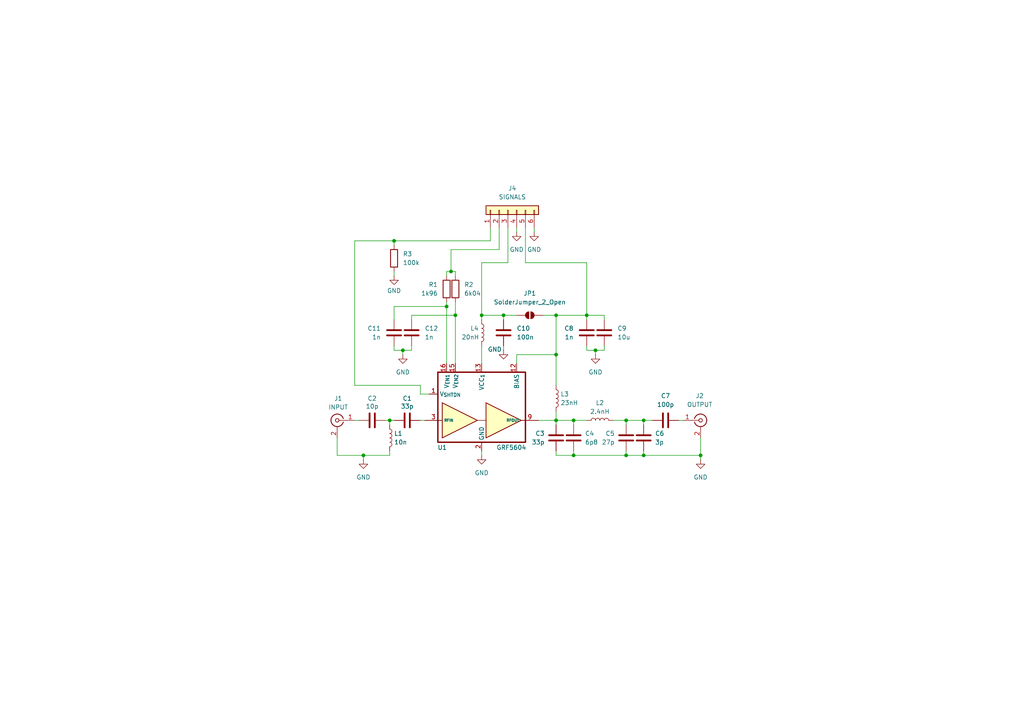
<source format=kicad_sch>
(kicad_sch (version 20250114) (generator "eeschema") (generator_version "9.0")
  (paper "A4")
  (title_block (title "LinHT - 390-470 MHz Power Amplifier") (date "2025-08-18") (rev "A") (company "M17 Foundation") (comment 1 "Author: Vlastimil OK5VAS, Wojciech SP5WWP, Andreas OE3ANC"))
  (lib_symbols
    (symbol "Connector:Conn_Coaxial" (pin_names (offset 1.016) (hide yes))
      (property "Reference" "J" (at 0.254 3.048 0))
      (property "Value" "Conn_Coaxial" (at 2.921 0 90))
      (symbol "Conn_Coaxial_0_1"
        (polyline (pts (xy -2.54 0) (xy -0.508 0)))
        (arc (start 1.778 0) (mid 0.222 -1.8079) (end -1.778 -0.508) (stroke (width 0.254)))
        (arc (start -1.778 0.508) (mid 0.2221 1.8084) (end 1.778 0) (stroke (width 0.254)))
        (circle (center 0 0) (radius 0.508) (stroke (width 0.2032)))
        (polyline (pts (xy 0 -2.54) (xy 0 -1.778)))
      )
      (symbol "Conn_Coaxial_1_1"
        (pin passive line (at -5.08 0 0) (length 2.54) (name "In") (number "1"))
        (pin passive line (at 0 -5.08 90) (length 2.54) (name "Ext") (number "2"))
      )
    )
    (symbol "Connector_Generic:Conn_01x06" (pin_names (offset 1.016) (hide yes))
      (property "Reference" "J" (at 0 7.62 0))
      (property "Value" "Conn_01x06" (at 0 -10.16 0))
      (symbol "Conn_01x06_1_1"
        (rectangle (start -1.27 6.35) (end 1.27 -8.89) (stroke (width 0.254)) (fill (type background)))
        (rectangle (start -1.27 5.207) (end 0 4.953) (stroke (width 0.1524)))
        (rectangle (start -1.27 2.667) (end 0 2.413) (stroke (width 0.1524)))
        (rectangle (start -1.27 0.127) (end 0 -0.127) (stroke (width 0.1524)))
        (rectangle (start -1.27 -2.413) (end 0 -2.667) (stroke (width 0.1524)))
        (rectangle (start -1.27 -4.953) (end 0 -5.207) (stroke (width 0.1524)))
        (rectangle (start -1.27 -7.493) (end 0 -7.747) (stroke (width 0.1524)))
        (pin passive line (at -5.08 5.08 0) (length 3.81) (name "Pin_1") (number "1"))
        (pin passive line (at -5.08 2.54 0) (length 3.81) (name "Pin_2") (number "2"))
        (pin passive line (at -5.08 0 0) (length 3.81) (name "Pin_3") (number "3"))
        (pin passive line (at -5.08 -2.54 0) (length 3.81) (name "Pin_4") (number "4"))
        (pin passive line (at -5.08 -5.08 0) (length 3.81) (name "Pin_5") (number "5"))
        (pin passive line (at -5.08 -7.62 0) (length 3.81) (name "Pin_6") (number "6"))
      )
    )
    (symbol "Device:C" (pin_numbers (hide yes)) (pin_names (offset 0.254))
      (property "Reference" "C" (at 0.635 2.54 0))
      (property "Value" "C" (at 0.635 -2.54 0))
      (symbol "C_0_1"
        (polyline (pts (xy -2.032 0.762) (xy 2.032 0.762)) (stroke (width 0.508)))
        (polyline (pts (xy -2.032 -0.762) (xy 2.032 -0.762)) (stroke (width 0.508)))
      )
      (symbol "C_1_1"
        (pin passive line (at 0 3.81 270) (length 2.794) (name "~") (number "1"))
        (pin passive line (at 0 -3.81 90) (length 2.794) (name "~") (number "2"))
      )
    )
    (symbol "Device:L" (pin_numbers (hide yes)) (pin_names (offset 1.016) (hide yes))
      (property "Reference" "L" (at -1.27 0 90))
      (property "Value" "L" (at 1.905 0 90))
      (symbol "L_0_1"
        (arc (start 0 2.54) (mid 0.6323 1.905) (end 0 1.27))
        (arc (start 0 1.27) (mid 0.6323 0.635) (end 0 0))
        (arc (start 0 0) (mid 0.6323 -0.635) (end 0 -1.27))
        (arc (start 0 -1.27) (mid 0.6323 -1.905) (end 0 -2.54))
      )
      (symbol "L_1_1"
        (pin passive line (at 0 3.81 270) (length 1.27) (name "1") (number "1"))
        (pin passive line (at 0 -3.81 90) (length 1.27) (name "2") (number "2"))
      )
    )
    (symbol "Device:R" (pin_numbers (hide yes)) (pin_names (offset 0))
      (property "Reference" "R" (at 2.032 0 90))
      (property "Value" "R" (at 0 0 90))
      (symbol "R_0_1"
        (rectangle (start -1.016 -2.54) (end 1.016 2.54) (stroke (width 0.254)))
      )
      (symbol "R_1_1"
        (pin passive line (at 0 3.81 270) (length 1.27) (name "~") (number "1"))
        (pin passive line (at 0 -3.81 90) (length 1.27) (name "~") (number "2"))
      )
    )
    (symbol "Jumper:SolderJumper_2_Open" (pin_numbers (hide yes)) (pin_names (offset 0) (hide yes)) (exclude_from_sim yes) (in_bom no)
      (property "Reference" "JP" (at 0 2.032 0))
      (property "Value" "SolderJumper_2_Open" (at 0 -2.54 0))
      (symbol "SolderJumper_2_Open_0_1"
        (polyline (pts (xy -0.254 1.016) (xy -0.254 -1.016)))
        (arc (start -0.254 -1.016) (mid -1.2656 0) (end -0.254 1.016))
        (arc (start -0.254 -1.016) (mid -1.2656 0) (end -0.254 1.016) (fill (type outline)))
        (arc (start 0.254 1.016) (mid 1.2656 0) (end 0.254 -1.016))
        (arc (start 0.254 1.016) (mid 1.2656 0) (end 0.254 -1.016) (fill (type outline)))
        (polyline (pts (xy 0.254 1.016) (xy 0.254 -1.016)))
      )
      (symbol "SolderJumper_2_Open_1_1"
        (pin passive line (at -3.81 0 0) (length 2.54) (name "A") (number "1"))
        (pin passive line (at 3.81 0 180) (length 2.54) (name "B") (number "2"))
      )
    )
    (symbol "Parts:GRF5604"
      (property "Reference" "U" (at -18.542 -9.144 0))
      (property "Value" "GRF5604" (at 4.826 -9.144 0))
      (symbol "GRF5604_1_1"
        (rectangle (start -19.05 13.97) (end 6.35 -6.35) (stroke (width 0.4)))
        (polyline (pts (xy -17.78 5.08) (xy -17.78 0) (xy -17.78 -5.08) (xy -7.62 0) (xy -17.78 5.08)) (stroke (width 0.254)) (fill (type background)))
        (polyline (pts (xy -7.62 0) (xy -5.08 0)) (stroke (width 0.1524)))
        (polyline (pts (xy -5.08 5.08) (xy -5.08 0) (xy -5.08 -5.08) (xy 5.08 0) (xy -5.08 5.08)) (stroke (width 0.254)) (fill (type background)))
        (pin input line (at -22.86 0 0) (length 5.08) (name "RFIN") (number "3"))
        (pin input line (at -22.86 0 0) (length 5.08) (hide yes) (name "RFIN") (number "4"))
        (pin input line (at -21.59 7.62 0) (length 2.54) (name "V_{SHTDN}") (number "1"))
        (pin input line (at -16.51 16.51 270) (length 2.54) (name "V_{EN1}") (number "16"))
        (pin input line (at -13.97 16.51 270) (length 2.54) (name "V_{EN2}") (number "15"))
        (pin power_in line (at -6.35 16.51 270) (length 2.54) (name "VCC_{1}") (number "13"))
        (pin power_in line (at -6.35 -8.89 90) (length 2.54) (hide yes) (name "GND") (number "11"))
        (pin power_in line (at -6.35 -8.89 90) (length 2.54) (hide yes) (name "GND") (number "14"))
        (pin power_in line (at -6.35 -8.89 90) (length 2.54) (hide yes) (name "GND") (number "17"))
        (pin power_in line (at -6.35 -8.89 90) (length 2.54) (name "GND") (number "2"))
        (pin power_in line (at -6.35 -8.89 90) (length 2.54) (hide yes) (name "GND") (number "5"))
        (pin power_in line (at -6.35 -8.89 90) (length 2.54) (hide yes) (name "GND") (number "6"))
        (pin power_in line (at -6.35 -8.89 90) (length 2.54) (hide yes) (name "GND") (number "7"))
        (pin power_in line (at -6.35 -8.89 90) (length 2.54) (hide yes) (name "GND") (number "8"))
        (pin input line (at 3.81 16.51 270) (length 2.54) (name "BIAS") (number "12"))
        (pin output line (at 10.16 0 180) (length 5.08) (hide yes) (name "RFOUT") (number "10"))
        (pin output line (at 10.16 0 180) (length 5.08) (name "RFOUT") (number "9"))
      )
    )
    (symbol "power:GND" (power) (pin_numbers (hide yes)) (pin_names (offset 0) (hide yes))
      (property "Value" "GND" (at 0 -3.81 0))
      (symbol "GND_0_1"
        (polyline (pts (xy 0 0) (xy 0 -1.27) (xy 1.27 -1.27) (xy 0 -2.54) (xy -1.27 -1.27) (xy 0 -1.27)))
      )
      (symbol "GND_1_1"
        (pin power_in line (at 0 0 270) (length 0) (name "~") (number "1"))
      )
    )
  )
  (junction (at 170.18 91.44))
  (junction (at 161.29 102.87))
  (junction (at 186.69 121.92))
  (junction (at 130.81 78.74))
  (junction (at 129.54 88.9))
  (junction (at 132.08 91.44))
  (junction (at 139.7 91.44))
  (junction (at 146.05 91.44))
  (junction (at 161.29 91.44))
  (junction (at 172.72 101.6))
  (junction (at 161.29 121.92))
  (junction (at 114.3 69.85))
  (junction (at 181.61 132.08))
  (junction (at 105.41 132.08))
  (junction (at 181.61 121.92))
  (junction (at 116.84 101.6))
  (junction (at 166.37 132.08))
  (junction (at 166.37 121.92))
  (junction (at 113.03 121.92))
  (junction (at 186.69 132.08))
  (junction (at 203.2 132.08))
  (wire (pts (xy 181.61 121.92) (xy 186.69 121.92)))
  (wire (pts (xy 121.92 111.76) (xy 121.92 114.3)))
  (wire (pts (xy 119.38 92.71) (xy 119.38 91.44)))
  (wire (pts (xy 130.81 72.39) (xy 144.78 72.39)))
  (wire (pts (xy 161.29 102.87) (xy 161.29 111.76)))
  (wire (pts (xy 105.41 132.08) (xy 113.03 132.08)))
  (wire (pts (xy 132.08 91.44) (xy 132.08 105.41)))
  (wire (pts (xy 175.26 92.71) (xy 175.26 91.44)))
  (wire (pts (xy 154.94 66.04) (xy 154.94 67.31)))
  (wire (pts (xy 166.37 132.08) (xy 181.61 132.08)))
  (wire (pts (xy 152.4 76.2) (xy 152.4 66.04)))
  (wire (pts (xy 114.3 78.74) (xy 114.3 80.01)))
  (wire (pts (xy 170.18 76.2) (xy 170.18 91.44)))
  (wire (pts (xy 181.61 121.92) (xy 181.61 123.19)))
  (wire (pts (xy 130.81 78.74) (xy 129.54 78.74)))
  (wire (pts (xy 146.05 91.44) (xy 146.05 92.71)))
  (wire (pts (xy 166.37 121.92) (xy 166.37 123.19)))
  (wire (pts (xy 147.32 76.2) (xy 147.32 66.04)))
  (wire (pts (xy 114.3 92.71) (xy 114.3 88.9)))
  (wire (pts (xy 132.08 78.74) (xy 130.81 78.74)))
  (wire (pts (xy 161.29 91.44) (xy 161.29 102.87)))
  (wire (pts (xy 142.24 69.85) (xy 142.24 66.04)))
  (wire (pts (xy 175.26 101.6) (xy 175.26 100.33)))
  (wire (pts (xy 102.87 69.85) (xy 114.3 69.85)))
  (wire (pts (xy 166.37 130.81) (xy 166.37 132.08)))
  (wire (pts (xy 166.37 121.92) (xy 170.18 121.92)))
  (wire (pts (xy 114.3 100.33) (xy 114.3 101.6)))
  (wire (pts (xy 186.69 121.92) (xy 186.69 123.19)))
  (wire (pts (xy 172.72 101.6) (xy 172.72 102.87)))
  (wire (pts (xy 139.7 76.2) (xy 139.7 91.44)))
  (wire (pts (xy 130.81 72.39) (xy 130.81 78.74)))
  (wire (pts (xy 114.3 69.85) (xy 142.24 69.85)))
  (wire (pts (xy 121.92 111.76) (xy 102.87 111.76)))
  (wire (pts (xy 97.79 132.08) (xy 105.41 132.08)))
  (wire (pts (xy 203.2 127) (xy 203.2 132.08)))
  (wire (pts (xy 170.18 101.6) (xy 172.72 101.6)))
  (wire (pts (xy 139.7 100.33) (xy 139.7 105.41)))
  (wire (pts (xy 97.79 127) (xy 97.79 132.08)))
  (wire (pts (xy 139.7 91.44) (xy 146.05 91.44)))
  (wire (pts (xy 157.48 91.44) (xy 161.29 91.44)))
  (wire (pts (xy 170.18 76.2) (xy 152.4 76.2)))
  (wire (pts (xy 129.54 88.9) (xy 129.54 105.41)))
  (wire (pts (xy 132.08 80.01) (xy 132.08 78.74)))
  (wire (pts (xy 114.3 101.6) (xy 116.84 101.6)))
  (wire (pts (xy 161.29 121.92) (xy 166.37 121.92)))
  (wire (pts (xy 116.84 101.6) (xy 116.84 102.87)))
  (wire (pts (xy 177.8 121.92) (xy 181.61 121.92)))
  (wire (pts (xy 113.03 121.92) (xy 113.03 123.19)))
  (wire (pts (xy 129.54 78.74) (xy 129.54 80.01)))
  (wire (pts (xy 144.78 72.39) (xy 144.78 66.04)))
  (wire (pts (xy 170.18 100.33) (xy 170.18 101.6)))
  (wire (pts (xy 113.03 130.81) (xy 113.03 132.08)))
  (wire (pts (xy 111.76 121.92) (xy 113.03 121.92)))
  (wire (pts (xy 186.69 132.08) (xy 186.69 130.81)))
  (wire (pts (xy 161.29 121.92) (xy 161.29 123.19)))
  (wire (pts (xy 121.92 114.3) (xy 124.46 114.3)))
  (wire (pts (xy 129.54 87.63) (xy 129.54 88.9)))
  (wire (pts (xy 149.86 102.87) (xy 161.29 102.87)))
  (wire (pts (xy 139.7 130.81) (xy 139.7 132.08)))
  (wire (pts (xy 186.69 121.92) (xy 189.23 121.92)))
  (wire (pts (xy 161.29 119.38) (xy 161.29 121.92)))
  (wire (pts (xy 114.3 88.9) (xy 129.54 88.9)))
  (wire (pts (xy 102.87 121.92) (xy 104.14 121.92)))
  (wire (pts (xy 196.85 121.92) (xy 198.12 121.92)))
  (wire (pts (xy 186.69 132.08) (xy 203.2 132.08)))
  (wire (pts (xy 175.26 91.44) (xy 170.18 91.44)))
  (wire (pts (xy 132.08 87.63) (xy 132.08 91.44)))
  (wire (pts (xy 172.72 101.6) (xy 175.26 101.6)))
  (wire (pts (xy 161.29 132.08) (xy 166.37 132.08)))
  (wire (pts (xy 181.61 132.08) (xy 186.69 132.08)))
  (wire (pts (xy 114.3 121.92) (xy 113.03 121.92)))
  (wire (pts (xy 203.2 132.08) (xy 203.2 133.35)))
  (wire (pts (xy 149.86 66.04) (xy 149.86 67.31)))
  (wire (pts (xy 146.05 91.44) (xy 149.86 91.44)))
  (wire (pts (xy 105.41 132.08) (xy 105.41 133.35)))
  (wire (pts (xy 146.05 100.33) (xy 146.05 101.6)))
  (wire (pts (xy 156.21 121.92) (xy 161.29 121.92)))
  (wire (pts (xy 161.29 130.81) (xy 161.29 132.08)))
  (wire (pts (xy 139.7 92.71) (xy 139.7 91.44)))
  (wire (pts (xy 181.61 130.81) (xy 181.61 132.08)))
  (wire (pts (xy 119.38 101.6) (xy 119.38 100.33)))
  (wire (pts (xy 116.84 101.6) (xy 119.38 101.6)))
  (wire (pts (xy 119.38 91.44) (xy 132.08 91.44)))
  (wire (pts (xy 139.7 76.2) (xy 147.32 76.2)))
  (wire (pts (xy 114.3 69.85) (xy 114.3 71.12)))
  (wire (pts (xy 121.92 121.92) (xy 123.19 121.92)))
  (wire (pts (xy 149.86 102.87) (xy 149.86 105.41)))
  (wire (pts (xy 170.18 91.44) (xy 161.29 91.44)))
  (wire (pts (xy 170.18 92.71) (xy 170.18 91.44)))
  (wire (pts (xy 102.87 111.76) (xy 102.87 69.85)))
  (symbol (lib_id "Device:C") (at 161.29 127 0) (mirror x) (unit 1)
    (property "Reference" "C3" (at 157.988 125.73 0) (effects (justify right)))
    (property "Value" "33p" (at 157.988 128.27 0) (effects (justify right)))
    (property "Footprint" "Capacitor_SMD:C_0402_1005Metric" (effects (hide yes)))
    (property "Description" "Unpolarized capacitor" (effects (hide yes)))
    (property "LCSC" "C464434" (effects (hide yes)))
    (property "MP" "GJM1555C1H330FB01D" (effects (hide yes)))
  )
  (symbol (lib_id "Device:R") (at 132.08 83.82 0) (mirror y) (unit 1)
    (property "Reference" "R2" (at 134.62 82.5499 0) (effects (justify right)))
    (property "Value" "6k04" (at 134.62 85.0899 0) (effects (justify right)))
    (property "Footprint" "Resistor_SMD:R_0402_1005Metric" (effects (hide yes)))
    (property "Description" "Resistor" (effects (hide yes)))
    (property "LCSC" "C25913" (effects (hide yes)))
    (property "MP" "0402WGF6041TCE" (effects (hide yes)))
  )
  (symbol (lib_id "Device:C") (at 175.26 96.52 180) (unit 1)
    (property "Reference" "C9" (at 179.07 95.2499 0) (effects (justify right)))
    (property "Value" "10u" (at 179.07 97.7899 0) (effects (justify right)))
    (property "Footprint" "Capacitor_SMD:C_0402_1005Metric" (effects (hide yes)))
    (property "Description" "Unpolarized capacitor" (effects (hide yes)))
    (property "LCSC" "C237279" (effects (hide yes)))
    (property "MP" "GRM155C80J106ME11D" (effects (hide yes)))
  )
  (symbol (lib_id "Jumper:SolderJumper_2_Open") (at 153.67 91.44 0) (unit 1) (exclude_from_sim yes) (in_bom no)
    (property "Reference" "JP1" (at 153.67 85.09 0))
    (property "Value" "SolderJumper_2_Open" (at 153.67 87.63 0))
    (property "Footprint" "Jumper:SolderJumper-2_P1.3mm_Open_RoundedPad1.0x1.5mm" (effects (hide yes)))
    (property "Description" "Solder Jumper, 2-pole, open" (effects (hide yes)))
  )
  (symbol (lib_id "Device:C") (at 146.05 96.52 180) (unit 1)
    (property "Reference" "C10" (at 149.86 95.2499 0) (effects (justify right)))
    (property "Value" "100n" (at 149.86 97.7899 0) (effects (justify right)))
    (property "Footprint" "Capacitor_SMD:C_0402_1005Metric" (effects (hide yes)))
    (property "Description" "Unpolarized capacitor" (effects (hide yes)))
    (property "LCSC" "C913614" (effects (hide yes)))
    (property "MP" "GRM155C71H104KE19D" (effects (hide yes)))
  )
  (symbol (lib_id "Device:C") (at 186.69 127 180) (unit 1)
    (property "Reference" "C6" (at 189.992 125.73 0) (effects (justify right)))
    (property "Value" "3p" (at 189.992 128.27 0) (effects (justify right)))
    (property "Footprint" "Capacitor_SMD:C_0402_1005Metric" (effects (hide yes)))
    (property "Description" "Unpolarized capacitor" (effects (hide yes)))
    (property "LCSC" "C88891" (effects (hide yes)))
    (property "MP" "GJM1555C1H3R0BB01D" (effects (hide yes)))
  )
  (symbol (lib_id "Device:C") (at 118.11 121.92 90) (unit 1)
    (property "Reference" "C1" (at 118.11 115.57 90))
    (property "Value" "33p" (at 118.11 117.856 90))
    (property "Footprint" "Capacitor_SMD:C_0402_1005Metric" (effects (hide yes)))
    (property "Description" "Unpolarized capacitor" (effects (hide yes)))
    (property "LCSC" "C464434" (effects (hide yes)))
    (property "MP" "GJM1555C1H330FB01D" (effects (hide yes)))
  )
  (symbol (lib_id "Connector_Generic:Conn_01x06") (at 147.32 60.96 90) (unit 1) (in_bom no)
    (property "Reference" "J4" (at 148.59 54.61 90))
    (property "Value" "SIGNALS" (at 148.59 57.15 90))
    (property "Footprint" "Connector_PinHeader_2.54mm:PinHeader_1x06_P2.54mm_Vertical" (effects (hide yes)))
    (property "Description" "Generic connector, single row, 01x06, script generated (kicad-library-utils/schlib/autogen/connector/)" (effects (hide yes)))
  )
  (symbol (lib_id "Connector:Conn_Coaxial") (at 97.79 121.92 0) (mirror y) (unit 1) (in_bom no)
    (property "Reference" "J1" (at 98.1074 115.57 0))
    (property "Value" "INPUT" (at 98.1074 118.11 0))
    (property "Footprint" "Connector_Coaxial:SMA_Amphenol_132289_EdgeMount" (effects (hide yes)))
    (property "Description" "coaxial connector (BNC, SMA, SMB, SMC, Cinch/RCA, LEMO, ...)" (effects (hide yes)))
  )
  (symbol (lib_id "Connector:Conn_Coaxial") (at 203.2 121.92 0) (unit 1) (in_bom no)
    (property "Reference" "J2" (at 202.946 114.808 0))
    (property "Value" "OUTPUT" (at 202.946 117.348 0))
    (property "Footprint" "Connector_Coaxial:SMA_Amphenol_132289_EdgeMount" (effects (hide yes)))
    (property "Description" "coaxial connector (BNC, SMA, SMB, SMC, Cinch/RCA, LEMO, ...)" (effects (hide yes)))
  )
  (symbol (lib_id "Device:C") (at 181.61 127 0) (mirror x) (unit 1)
    (property "Reference" "C5" (at 178.308 125.73 0) (effects (justify right)))
    (property "Value" "27p" (at 178.308 128.27 0) (effects (justify right)))
    (property "Footprint" "Capacitor_SMD:C_0402_1005Metric" (effects (hide yes)))
    (property "Description" "Unpolarized capacitor" (effects (hide yes)))
    (property "LCSC" "C88883" (effects (hide yes)))
    (property "MP" "GJM1555C1H270FB01D" (effects (hide yes)))
  )
  (symbol (lib_id "power:GND") (at 114.3 80.01 0) (unit 1)
    (property "Reference" "#PWR010" (effects (hide yes)))
    (property "Value" "GND" (at 114.3 84.328 0))
    (property "Description" "Power symbol creates a global label with name \"GND\" , ground" (effects (hide yes)))
  )
  (symbol (lib_id "power:GND") (at 154.94 67.31 0) (unit 1)
    (property "Reference" "#PWR08" (effects (hide yes)))
    (property "Value" "GND" (at 154.94 72.39 0))
    (property "Description" "Power symbol creates a global label with name \"GND\" , ground" (effects (hide yes)))
  )
  (symbol (lib_id "power:GND") (at 146.05 101.6 0) (unit 1)
    (property "Reference" "#PWR06" (effects (hide yes)))
    (property "Value" "GND" (at 143.51 101.346 0))
    (property "Description" "Power symbol creates a global label with name \"GND\" , ground" (effects (hide yes)))
  )
  (symbol (lib_id "Device:L") (at 139.7 96.52 0) (unit 1)
    (property "Reference" "L4" (at 136.398 95.25 0) (effects (justify left)))
    (property "Value" "20nH" (at 133.858 97.79 0) (effects (justify left)))
    (property "Footprint" "Inductor_SMD:L_0402_1005Metric" (effects (hide yes)))
    (property "Description" "Inductor" (effects (hide yes)))
    (property "LCSC" "C20623501" (effects (hide yes)))
    (property "MP" "0402HP-20NXGLW" (effects (hide yes)))
  )
  (symbol (lib_id "Device:R") (at 129.54 83.82 0) (unit 1)
    (property "Reference" "R1" (at 127 82.5499 0) (effects (justify right)))
    (property "Value" "1k96" (at 127 85.0899 0) (effects (justify right)))
    (property "Footprint" "Resistor_SMD:R_0402_1005Metric" (effects (hide yes)))
    (property "Description" "Resistor" (effects (hide yes)))
    (property "LCSC" "C70427" (effects (hide yes)))
    (property "MP" "0402WGF1961TCE" (effects (hide yes)))
  )
  (symbol (lib_id "power:GND") (at 203.2 133.35 0) (unit 1)
    (property "Reference" "#PWR03" (effects (hide yes)))
    (property "Value" "GND" (at 203.2 138.43 0))
    (property "Description" "Power symbol creates a global label with name \"GND\" , ground" (effects (hide yes)))
  )
  (symbol (lib_id "Device:C") (at 170.18 96.52 0) (mirror x) (unit 1)
    (property "Reference" "C8" (at 166.37 95.2499 0) (effects (justify right)))
    (property "Value" "1n" (at 166.37 97.7899 0) (effects (justify right)))
    (property "Footprint" "Capacitor_SMD:C_0402_1005Metric" (effects (hide yes)))
    (property "Description" "Unpolarized capacitor" (effects (hide yes)))
    (property "LCSC" "C161523" (effects (hide yes)))
    (property "MP" "GRM1555C1H102FA01D" (effects (hide yes)))
  )
  (symbol (lib_id "Device:C") (at 166.37 127 180) (unit 1)
    (property "Reference" "C4" (at 169.672 125.73 0) (effects (justify right)))
    (property "Value" "6p8" (at 169.672 128.27 0) (effects (justify right)))
    (property "Footprint" "Capacitor_SMD:C_0402_1005Metric" (effects (hide yes)))
    (property "Description" "Unpolarized capacitor" (effects (hide yes)))
    (property "LCSC" "C88896" (effects (hide yes)))
    (property "MP" "GJM1555C1H6R8BB01D" (effects (hide yes)))
  )
  (symbol (lib_id "power:GND") (at 172.72 102.87 0) (unit 1)
    (property "Reference" "#PWR05" (effects (hide yes)))
    (property "Value" "GND" (at 172.72 107.95 0))
    (property "Description" "Power symbol creates a global label with name \"GND\" , ground" (effects (hide yes)))
  )
  (symbol (lib_id "power:GND") (at 116.84 102.87 0) (unit 1)
    (property "Reference" "#PWR07" (effects (hide yes)))
    (property "Value" "GND" (at 116.84 107.95 0))
    (property "Description" "Power symbol creates a global label with name \"GND\" , ground" (effects (hide yes)))
  )
  (symbol (lib_id "power:GND") (at 105.41 133.35 0) (unit 1)
    (property "Reference" "#PWR04" (effects (hide yes)))
    (property "Value" "GND" (at 105.41 138.43 0))
    (property "Description" "Power symbol creates a global label with name \"GND\" , ground" (effects (hide yes)))
  )
  (symbol (lib_id "Device:L") (at 173.99 121.92 90) (unit 1)
    (property "Reference" "L2" (at 173.99 116.84 90))
    (property "Value" "2.4nH" (at 173.99 119.38 90))
    (property "Footprint" "Inductor_SMD:L_0603_1608Metric" (effects (hide yes)))
    (property "Description" "Inductor" (effects (hide yes)))
    (property "LCSC" "C2042508" (effects (hide yes)))
    (property "MP" "LQW18AN2N4C8ZD" (effects (hide yes)))
  )
  (symbol (lib_id "Device:C") (at 107.95 121.92 90) (unit 1)
    (property "Reference" "C2" (at 107.95 115.57 90))
    (property "Value" "10p" (at 107.95 117.856 90))
    (property "Footprint" "Capacitor_SMD:C_0402_1005Metric" (effects (hide yes)))
    (property "Description" "Unpolarized capacitor" (effects (hide yes)))
    (property "LCSC" "C782046" (effects (hide yes)))
    (property "MP" "GJM1555C1H100FB01D" (effects (hide yes)))
  )
  (symbol (lib_id "power:GND") (at 149.86 67.31 0) (unit 1)
    (property "Reference" "#PWR09" (effects (hide yes)))
    (property "Value" "GND" (at 149.86 72.39 0))
    (property "Description" "Power symbol creates a global label with name \"GND\" , ground" (effects (hide yes)))
  )
  (symbol (lib_id "Parts:GRF5604") (at 146.05 121.92 0) (unit 1)
    (property "Reference" "U1" (at 128.27 129.794 0))
    (property "Value" "GRF5604" (at 148.336 129.794 0))
    (property "Footprint" "Package_DFN_QFN:QFN-16-1EP_3x3mm_P0.5mm_EP1.7x1.7mm_ThermalVias" (effects (hide yes)))
    (property "Datasheet" "https://eu.mouser.com/datasheet/2/777/GRF5604DS-3450031.pdf" (effects (hide yes)))
    (property "Description" "High Efficiency 6 Watt Power Amplifier, 100 to 600 MHz" (effects (hide yes)))
    (property "MP" "GRF5604" (effects (hide yes)))
  )
  (symbol (lib_id "Device:C") (at 193.04 121.92 90) (unit 1)
    (property "Reference" "C7" (at 193.04 114.808 90))
    (property "Value" "100p" (at 193.04 117.348 90))
    (property "Footprint" "Capacitor_SMD:C_0402_1005Metric" (effects (hide yes)))
    (property "Description" "Unpolarized capacitor" (effects (hide yes)))
    (property "LCSC" "C77177" (effects (hide yes)))
    (property "MP" "GRM1555C1H101JA01D" (effects (hide yes)))
  )
  (symbol (lib_id "Device:C") (at 114.3 96.52 0) (unit 1)
    (property "Reference" "C11" (at 110.49 95.2501 0) (effects (justify right)))
    (property "Value" "1n" (at 110.49 97.7901 0) (effects (justify right)))
    (property "Footprint" "Capacitor_SMD:C_0402_1005Metric" (effects (hide yes)))
    (property "Description" "Unpolarized capacitor" (effects (hide yes)))
    (property "LCSC" "C161523" (effects (hide yes)))
    (property "MP" "GRM1555C1H102FA01D" (effects (hide yes)))
  )
  (symbol (lib_id "Device:L") (at 161.29 115.57 0) (unit 1)
    (property "Reference" "L3" (at 162.56 114.2999 0) (effects (justify left)))
    (property "Value" "23nH" (at 162.56 116.8399 0) (effects (justify left)))
    (property "Footprint" "Parts:0908SQ-23N" (effects (hide yes)))
    (property "Description" "Inductor" (effects (hide yes)))
    (property "LCSC" "C42418190 or C5441443" (effects (hide yes)))
    (property "MP" "XR0908SQ-23NJLC or 0908SQ-23NJLC" (effects (hide yes)))
  )
  (symbol (lib_id "Device:L") (at 113.03 127 0) (unit 1)
    (property "Reference" "L1" (at 114.3 125.7299 0) (effects (justify left)))
    (property "Value" "10n" (at 114.3 128.2699 0) (effects (justify left)))
    (property "Footprint" "Inductor_SMD:L_0402_1005Metric" (effects (hide yes)))
    (property "Description" "Inductor" (effects (hide yes)))
    (property "LCSC" "C668375" (effects (hide yes)))
    (property "MP" "LQG15HH10NJ02D" (effects (hide yes)))
  )
  (symbol (lib_id "power:GND") (at 139.7 132.08 0) (unit 1)
    (property "Reference" "#PWR01" (effects (hide yes)))
    (property "Value" "GND" (at 139.7 137.16 0))
    (property "Description" "Power symbol creates a global label with name \"GND\" , ground" (effects (hide yes)))
  )
  (symbol (lib_id "Device:C") (at 119.38 96.52 0) (mirror y) (unit 1)
    (property "Reference" "C12" (at 123.19 95.2501 0) (effects (justify right)))
    (property "Value" "1n" (at 123.19 97.7901 0) (effects (justify right)))
    (property "Footprint" "Capacitor_SMD:C_0402_1005Metric" (effects (hide yes)))
    (property "Description" "Unpolarized capacitor" (effects (hide yes)))
    (property "LCSC" "C161523" (effects (hide yes)))
    (property "MP" "GRM1555C1H102FA01D" (effects (hide yes)))
  )
  (symbol (lib_id "Device:R") (at 114.3 74.93 0) (unit 1)
    (property "Reference" "R3" (at 116.84 73.6599 0) (effects (justify left)))
    (property "Value" "100k" (at 116.84 76.1999 0) (effects (justify left)))
    (property "Footprint" "Resistor_SMD:R_0402_1005Metric" (effects (hide yes)))
    (property "Description" "Resistor" (effects (hide yes)))
    (property "LCSC" "C25741" (effects (hide yes)))
    (property "MP" "0402WGF1003TCE" (effects (hide yes)))
  )
)
</source>
